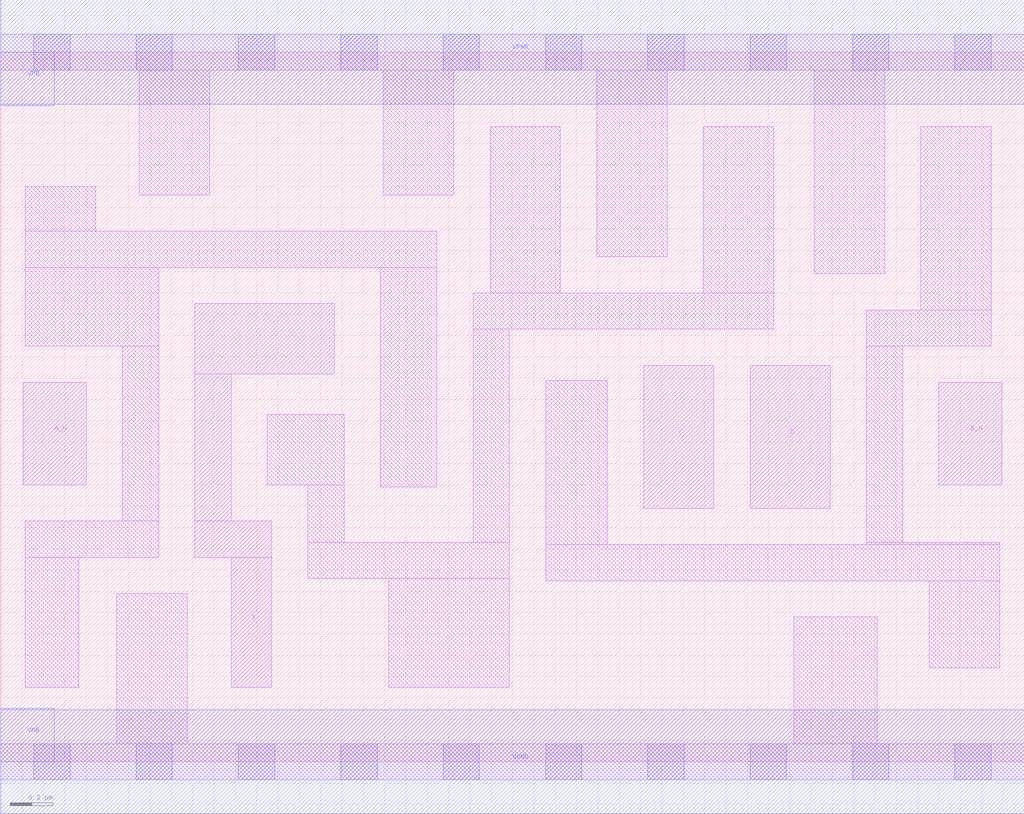
<source format=lef>
# Copyright 2020 The SkyWater PDK Authors
#
# Licensed under the Apache License, Version 2.0 (the "License");
# you may not use this file except in compliance with the License.
# You may obtain a copy of the License at
#
#     https://www.apache.org/licenses/LICENSE-2.0
#
# Unless required by applicable law or agreed to in writing, software
# distributed under the License is distributed on an "AS IS" BASIS,
# WITHOUT WARRANTIES OR CONDITIONS OF ANY KIND, either express or implied.
# See the License for the specific language governing permissions and
# limitations under the License.
#
# SPDX-License-Identifier: Apache-2.0

VERSION 5.5 ;
NAMESCASESENSITIVE ON ;
BUSBITCHARS "[]" ;
DIVIDERCHAR "/" ;
MACRO sky130_fd_sc_ms__and4bb_1
  CLASS CORE ;
  SOURCE USER ;
  ORIGIN  0.000000  0.000000 ;
  SIZE  4.800000 BY  3.330000 ;
  SYMMETRY X Y ;
  SITE unit ;
  PIN A_N
    ANTENNAGATEAREA  0.208000 ;
    DIRECTION INPUT ;
    USE SIGNAL ;
    PORT
      LAYER li1 ;
        RECT 0.105000 1.300000 0.400000 1.780000 ;
    END
  END A_N
  PIN B_N
    ANTENNAGATEAREA  0.208000 ;
    DIRECTION INPUT ;
    USE SIGNAL ;
    PORT
      LAYER li1 ;
        RECT 4.400000 1.300000 4.695000 1.780000 ;
    END
  END B_N
  PIN C
    ANTENNAGATEAREA  0.222000 ;
    DIRECTION INPUT ;
    USE SIGNAL ;
    PORT
      LAYER li1 ;
        RECT 3.015000 1.190000 3.345000 1.860000 ;
    END
  END C
  PIN D
    ANTENNAGATEAREA  0.222000 ;
    DIRECTION INPUT ;
    USE SIGNAL ;
    PORT
      LAYER li1 ;
        RECT 3.515000 1.190000 3.890000 1.860000 ;
    END
  END D
  PIN X
    ANTENNADIFFAREA  0.692500 ;
    DIRECTION OUTPUT ;
    USE SIGNAL ;
    PORT
      LAYER li1 ;
        RECT 0.910000 0.960000 1.270000 1.130000 ;
        RECT 0.910000 1.130000 1.080000 1.820000 ;
        RECT 0.910000 1.820000 1.565000 2.150000 ;
        RECT 1.080000 0.350000 1.270000 0.960000 ;
    END
  END X
  PIN VGND
    DIRECTION INOUT ;
    USE GROUND ;
    PORT
      LAYER met1 ;
        RECT 0.000000 -0.245000 4.800000 0.245000 ;
    END
  END VGND
  PIN VNB
    DIRECTION INOUT ;
    USE GROUND ;
    PORT
      LAYER met1 ;
        RECT 0.000000 0.000000 0.250000 0.250000 ;
    END
  END VNB
  PIN VPB
    DIRECTION INOUT ;
    USE POWER ;
    PORT
      LAYER met1 ;
        RECT 0.000000 3.080000 0.250000 3.330000 ;
    END
  END VPB
  PIN VPWR
    DIRECTION INOUT ;
    USE POWER ;
    PORT
      LAYER met1 ;
        RECT 0.000000 3.085000 4.800000 3.575000 ;
    END
  END VPWR
  OBS
    LAYER li1 ;
      RECT 0.000000 -0.085000 4.800000 0.085000 ;
      RECT 0.000000  3.245000 4.800000 3.415000 ;
      RECT 0.115000  0.350000 0.365000 0.960000 ;
      RECT 0.115000  0.960000 0.740000 1.130000 ;
      RECT 0.115000  1.950000 0.740000 2.320000 ;
      RECT 0.115000  2.320000 2.045000 2.490000 ;
      RECT 0.115000  2.490000 0.445000 2.700000 ;
      RECT 0.545000  0.085000 0.875000 0.790000 ;
      RECT 0.570000  1.130000 0.740000 1.950000 ;
      RECT 0.650000  2.660000 0.980000 3.245000 ;
      RECT 1.250000  1.300000 1.610000 1.630000 ;
      RECT 1.440000  0.860000 2.385000 1.030000 ;
      RECT 1.440000  1.030000 1.610000 1.300000 ;
      RECT 1.780000  1.290000 2.045000 2.320000 ;
      RECT 1.795000  2.660000 2.125000 3.245000 ;
      RECT 1.820000  0.350000 2.385000 0.860000 ;
      RECT 2.215000  1.030000 2.385000 2.030000 ;
      RECT 2.215000  2.030000 3.625000 2.200000 ;
      RECT 2.295000  2.200000 2.625000 2.980000 ;
      RECT 2.555000  0.850000 4.685000 1.020000 ;
      RECT 2.555000  1.020000 2.845000 1.790000 ;
      RECT 2.795000  2.370000 3.125000 3.245000 ;
      RECT 3.295000  2.200000 3.625000 2.980000 ;
      RECT 3.720000  0.085000 4.110000 0.680000 ;
      RECT 3.815000  2.290000 4.145000 3.245000 ;
      RECT 4.060000  1.020000 4.685000 1.030000 ;
      RECT 4.060000  1.030000 4.230000 1.950000 ;
      RECT 4.060000  1.950000 4.645000 2.120000 ;
      RECT 4.315000  2.120000 4.645000 2.980000 ;
      RECT 4.355000  0.440000 4.685000 0.850000 ;
    LAYER mcon ;
      RECT 0.155000 -0.085000 0.325000 0.085000 ;
      RECT 0.155000  3.245000 0.325000 3.415000 ;
      RECT 0.635000 -0.085000 0.805000 0.085000 ;
      RECT 0.635000  3.245000 0.805000 3.415000 ;
      RECT 1.115000 -0.085000 1.285000 0.085000 ;
      RECT 1.115000  3.245000 1.285000 3.415000 ;
      RECT 1.595000 -0.085000 1.765000 0.085000 ;
      RECT 1.595000  3.245000 1.765000 3.415000 ;
      RECT 2.075000 -0.085000 2.245000 0.085000 ;
      RECT 2.075000  3.245000 2.245000 3.415000 ;
      RECT 2.555000 -0.085000 2.725000 0.085000 ;
      RECT 2.555000  3.245000 2.725000 3.415000 ;
      RECT 3.035000 -0.085000 3.205000 0.085000 ;
      RECT 3.035000  3.245000 3.205000 3.415000 ;
      RECT 3.515000 -0.085000 3.685000 0.085000 ;
      RECT 3.515000  3.245000 3.685000 3.415000 ;
      RECT 3.995000 -0.085000 4.165000 0.085000 ;
      RECT 3.995000  3.245000 4.165000 3.415000 ;
      RECT 4.475000 -0.085000 4.645000 0.085000 ;
      RECT 4.475000  3.245000 4.645000 3.415000 ;
  END
END sky130_fd_sc_ms__and4bb_1
END LIBRARY

</source>
